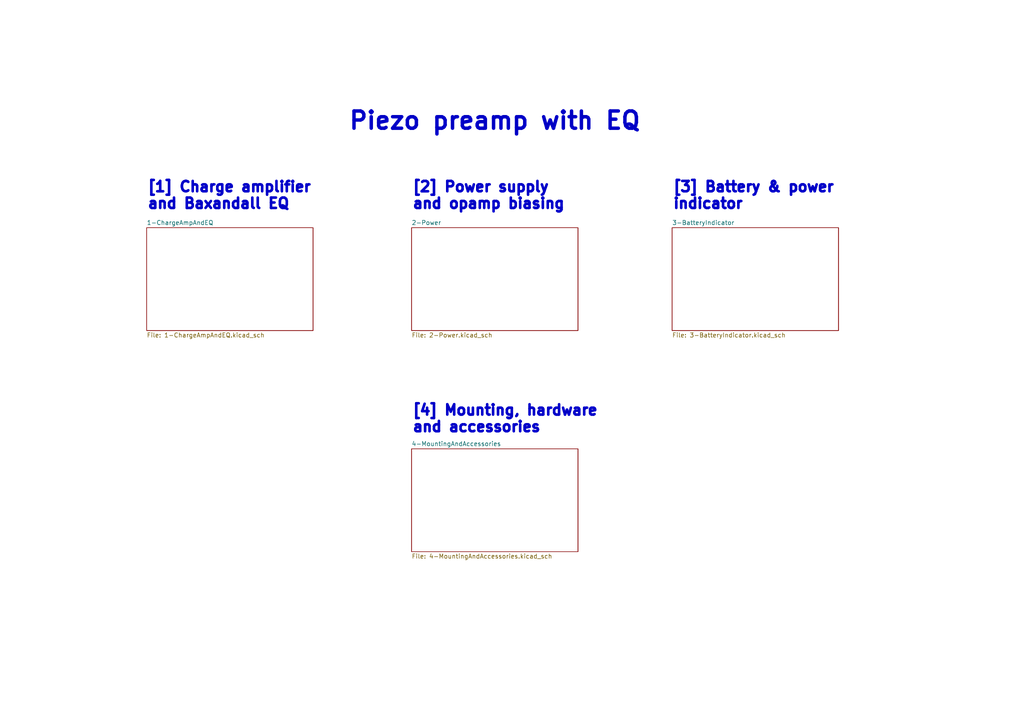
<source format=kicad_sch>
(kicad_sch
	(version 20231120)
	(generator "eeschema")
	(generator_version "8.0")
	(uuid "6e141482-2809-49ad-b316-4cdedc98ad26")
	(paper "A4")
	(title_block
		(title "Piezo Preamp + EQ")
		(date "2024-03-12")
		(rev "3.1")
		(company "Arx")
		(comment 1 "changing switches, reducing BOM")
		(comment 2 "v3.0: +ON/OFF sw w/ true bypass, +BI mode sw, + DC jack, external pots, -LED trimpot,")
		(comment 3 "v3.1: minor PCB improvements")
	)
	(lib_symbols)
	(text "[4] Mounting, hardware\nand accessories"
		(exclude_from_sim no)
		(at 119.38 125.73 0)
		(effects
			(font
				(size 3 3)
				(thickness 1)
				(bold yes)
			)
			(justify left bottom)
		)
		(uuid "154e6552-b7f7-4036-8dbb-a383582e60b5")
	)
	(text "Piezo preamp with EQ"
		(exclude_from_sim no)
		(at 143.51 38.1 0)
		(effects
			(font
				(size 5 5)
				(thickness 1)
				(bold yes)
			)
			(justify bottom)
		)
		(uuid "841d2a1c-36bc-473f-96fb-c55e52ab10c5")
	)
	(text "[2] Power supply\nand opamp biasing"
		(exclude_from_sim no)
		(at 119.38 60.96 0)
		(effects
			(font
				(size 3 3)
				(thickness 1)
				(bold yes)
			)
			(justify left bottom)
		)
		(uuid "a6709510-d647-4125-bfbe-23adef310622")
	)
	(text "[1] Charge amplifier \nand Baxandall EQ"
		(exclude_from_sim no)
		(at 42.545 60.96 0)
		(effects
			(font
				(size 3 3)
				(thickness 1)
				(bold yes)
			)
			(justify left bottom)
		)
		(uuid "ce503cbb-a882-4b0f-8485-768876e35eac")
	)
	(text "[3] Battery & power\nindicator\n"
		(exclude_from_sim no)
		(at 194.945 60.96 0)
		(effects
			(font
				(size 3 3)
				(thickness 1)
				(bold yes)
			)
			(justify left bottom)
		)
		(uuid "e35523cc-b504-48e6-9f7d-981803f1a7c2")
	)
	(sheet
		(at 42.545 66.04)
		(size 48.26 29.845)
		(fields_autoplaced yes)
		(stroke
			(width 0.1524)
			(type solid)
		)
		(fill
			(color 0 0 0 0.0000)
		)
		(uuid "22efb792-a214-4fa2-af90-c218e40ee577")
		(property "Sheetname" "1-ChargeAmpAndEQ"
			(at 42.545 65.3284 0)
			(effects
				(font
					(size 1.27 1.27)
				)
				(justify left bottom)
			)
		)
		(property "Sheetfile" "1-ChargeAmpAndEQ.kicad_sch"
			(at 42.545 96.4696 0)
			(effects
				(font
					(size 1.27 1.27)
				)
				(justify left top)
			)
		)
		(instances
			(project "2024_PiezoPreamp3"
				(path "/6e141482-2809-49ad-b316-4cdedc98ad26"
					(page "1")
				)
			)
		)
	)
	(sheet
		(at 194.945 66.04)
		(size 48.26 29.845)
		(fields_autoplaced yes)
		(stroke
			(width 0.1524)
			(type solid)
		)
		(fill
			(color 0 0 0 0.0000)
		)
		(uuid "92c2a844-101a-40c5-a0eb-d2ce1ffb9165")
		(property "Sheetname" "3-BatteryIndicator"
			(at 194.945 65.3284 0)
			(effects
				(font
					(size 1.27 1.27)
				)
				(justify left bottom)
			)
		)
		(property "Sheetfile" "3-BatteryIndicator.kicad_sch"
			(at 194.945 96.4696 0)
			(effects
				(font
					(size 1.27 1.27)
				)
				(justify left top)
			)
		)
		(instances
			(project "2024_PiezoPreamp3"
				(path "/6e141482-2809-49ad-b316-4cdedc98ad26"
					(page "3")
				)
			)
		)
	)
	(sheet
		(at 119.38 66.04)
		(size 48.26 29.845)
		(fields_autoplaced yes)
		(stroke
			(width 0.1524)
			(type solid)
		)
		(fill
			(color 0 0 0 0.0000)
		)
		(uuid "b10e95cd-10a1-4d25-b6a0-2bd4304f390c")
		(property "Sheetname" "2-Power"
			(at 119.38 65.3284 0)
			(effects
				(font
					(size 1.27 1.27)
				)
				(justify left bottom)
			)
		)
		(property "Sheetfile" "2-Power.kicad_sch"
			(at 119.38 96.4696 0)
			(effects
				(font
					(size 1.27 1.27)
				)
				(justify left top)
			)
		)
		(instances
			(project "2024_PiezoPreamp3"
				(path "/6e141482-2809-49ad-b316-4cdedc98ad26"
					(page "2")
				)
			)
		)
	)
	(sheet
		(at 119.38 130.175)
		(size 48.26 29.845)
		(fields_autoplaced yes)
		(stroke
			(width 0.1524)
			(type solid)
		)
		(fill
			(color 0 0 0 0.0000)
		)
		(uuid "e56e49ba-8974-4847-b6bf-e83116731cf2")
		(property "Sheetname" "4-MountingAndAccessories"
			(at 119.38 129.4634 0)
			(effects
				(font
					(size 1.27 1.27)
				)
				(justify left bottom)
			)
		)
		(property "Sheetfile" "4-MountingAndAccessories.kicad_sch"
			(at 119.38 160.6046 0)
			(effects
				(font
					(size 1.27 1.27)
				)
				(justify left top)
			)
		)
		(instances
			(project "2024_PiezoPreamp3"
				(path "/6e141482-2809-49ad-b316-4cdedc98ad26"
					(page "5")
				)
			)
		)
	)
	(sheet_instances
		(path "/"
			(page "1")
		)
	)
)

</source>
